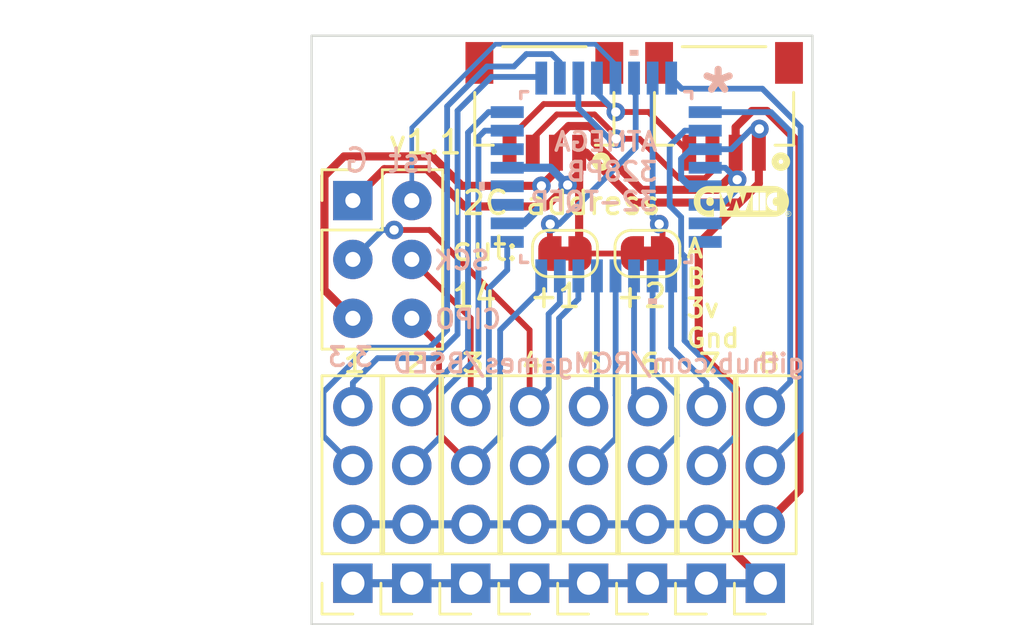
<source format=kicad_pcb>
(kicad_pcb (version 20221018) (generator pcbnew)
  (layers (0 "F.Cu" signal) (31 "B.Cu" signal) (34 "B.Paste" user) (35 "F.Paste" user) (36 "B.SilkS" user "B.Silkscreen") (37 "F.SilkS" user "F.Silkscreen") (38 "B.Mask" user) (39 "F.Mask" user) (44 "Edge.Cuts" user))
  (net 0 "")
  (net 1 "GND")
  (net 2 "+3.3V")
  (net 3 "sda")
  (net 4 "scl")
  (net 7 "1b")
  (net 9 "1a")
  (net 10 "2b")
  (net 11 "2a")
  (net 12 "3b")
  (net 13 "3a")
  (net 14 "4b")
  (net 15 "4a")
  (net 16 "5b")
  (net 17 "5a")
  (net 18 "6b")
  (net 19 "6a")
  (net 20 "7b")
  (net 21 "7a")
  (net 22 "8b")
  (net 23 "8a")
  (net 24 "Net-(U1-PD1(TXD{slash}PCINT17))")
  (net 25 "Net-(U1-PD0(RXD{slash}PCINT16))")
  (net 26 "Net-(J11-Pin_2)")
  (footprint "Connector_PinSocket_2.54mm:PinSocket_1x04_P2.54mm_Vertical" (layer "F.Cu") (at 165.862 85.344 180)
    (fp_text reference "J7" hide)
    (fp_text value "1x4 female header pins 0.1\"")
    (pad "1" thru_hole rect (at 0 0 180) (size 1.7 1.7) (drill 1) (layers "*.Cu" "*.Mask") (net 1 "GND"))
    (pad "2" thru_hole oval (at 0 2.54 180) (size 1.7 1.7) (drill 1) (layers "*.Cu" "*.Mask") (net 2 "+3.3V"))
    (pad "3" thru_hole oval (at 0 5.08 180) (size 1.7 1.7) (drill 1) (layers "*.Cu" "*.Mask") (net 16 "5b"))
    (pad "4" thru_hole oval (at 0 7.62 180) (size 1.7 1.7) (drill 1) (layers "*.Cu" "*.Mask") (net 17 "5a"))
  )
  (footprint "Jumper:SolderJumper-2_P1.3mm_Bridged_RoundedPad1.0x1.5mm" (layer "F.Cu") (at 168.402 71.12 180)
    (fp_text reference "NT1" hide)
    (fp_text value "NetTie_2")
    (fp_poly (pts (xy 0.25 -0.3) (xy -0.25 -0.3) (xy -0.25 0.3) (xy 0.25 0.3)) (fill solid) (layer "F.Cu"))
    (pad "1" smd custom (at -0.65 0 180) (size 1 0.5) (layers "F.Cu" "F.Mask") (net 24 "Net-(U1-PD1(TXD{slash}PCINT17))") (options (clearance outline) (anchor rect)) (primitives (gr_circle (center 0 0.25) (end 0.5 0.25) (width 0) (fill yes)) (gr_circle (center 0 -0.25) (end 0.5 -0.25) (width 0) (fill yes)) (gr_poly (pts (xy 0.5 0.75) (xy 0 0.75) (xy 0 -0.75) (xy 0.5 -0.75)) (width 0) (fill yes))))
    (pad "2" smd custom (at 0.65 0 180) (size 1 0.5) (layers "F.Cu" "F.Mask") (net 1 "GND") (options (clearance outline) (anchor rect)) (primitives (gr_circle (center 0 0.25) (end 0.5 0.25) (width 0) (fill yes)) (gr_circle (center 0 -0.25) (end 0.5 -0.25) (width 0) (fill yes)) (gr_poly (pts (xy 0 0.75) (xy -0.5 0.75) (xy -0.5 -0.75) (xy 0 -0.75)) (width 0) (fill yes))))
  )
  (footprint "LOGO" (layer "F.Cu") (at 172.466 68.834)
    (fp_text reference "G***" hide)
    (fp_text value "LOGO" hide)
  )
  (footprint "Connector_PinHeader_2.54mm:PinHeader_2x03_P2.54mm_Vertical" (layer "F.Cu") (at 155.702 68.834)
    (fp_text reference "J11" hide)
    (fp_text value "ICSP pads (for interfacing with pogo pins)")
    (pad "1" thru_hole rect (at 0 0) (size 1.7 1.7) (drill 0.65) (layers "*.Cu" "*.Mask") (net 1 "GND"))
    (pad "2" thru_hole oval (at 2.54 0) (size 1.7 1.7) (drill 0.65) (layers "*.Cu" "*.Mask") (net 26 "Net-(J11-Pin_2)"))
    (pad "3" thru_hole oval (at 0 2.54) (size 1.7 1.7) (drill 0.65) (layers "*.Cu" "*.Mask") (net 15 "4a"))
    (pad "4" thru_hole oval (at 2.54 2.54) (size 1.7 1.7) (drill 0.65) (layers "*.Cu" "*.Mask") (net 13 "3a"))
    (pad "5" thru_hole oval (at 0 5.08) (size 1.7 1.7) (drill 0.65) (layers "*.Cu" "*.Mask") (net 2 "+3.3V"))
    (pad "6" thru_hole oval (at 2.54 5.08) (size 1.7 1.7) (drill 0.65) (layers "*.Cu" "*.Mask") (net 12 "3b"))
  )
  (footprint "MountingHole:MountingHole_2.2mm_M2" (layer "F.Cu") (at 156.464 64.262)
    (fp_text reference "REF**" hide)
    (fp_text value "MountingHole_2.2mm_M2")
    (pad "" np_thru_hole circle (at 0 0) (size 2.2 2.2) (drill 2.2) (layers "*.Mask" "F.Cu" "In1.Cu" "In2.Cu" "B.Cu"))
  )
  (footprint "Jumper:SolderJumper-2_P1.3mm_Bridged_RoundedPad1.0x1.5mm" (layer "F.Cu") (at 164.846 71.12)
    (fp_text reference "NT2" hide)
    (fp_text value "NetTie_2")
    (fp_poly (pts (xy 0.25 -0.3) (xy -0.25 -0.3) (xy -0.25 0.3) (xy 0.25 0.3)) (fill solid) (layer "F.Cu"))
    (pad "1" smd custom (at -0.65 0) (size 1 0.5) (layers "F.Cu" "F.Mask") (net 25 "Net-(U1-PD0(RXD{slash}PCINT16))") (options (clearance outline) (anchor rect)) (primitives (gr_circle (center 0 0.25) (end 0.5 0.25) (width 0) (fill yes)) (gr_circle (center 0 -0.25) (end 0.5 -0.25) (width 0) (fill yes)) (gr_poly (pts (xy 0.5 0.75) (xy 0 0.75) (xy 0 -0.75) (xy 0.5 -0.75)) (width 0) (fill yes))))
    (pad "2" smd custom (at 0.65 0) (size 1 0.5) (layers "F.Cu" "F.Mask") (net 1 "GND") (options (clearance outline) (anchor rect)) (primitives (gr_circle (center 0 0.25) (end 0.5 0.25) (width 0) (fill yes)) (gr_circle (center 0 -0.25) (end 0.5 -0.25) (width 0) (fill yes)) (gr_poly (pts (xy 0 0.75) (xy -0.5 0.75) (xy -0.5 -0.75) (xy 0 -0.75)) (width 0) (fill yes))))
  )
  (footprint "Connector_PinSocket_2.54mm:PinSocket_1x04_P2.54mm_Vertical" (layer "F.Cu") (at 163.322 85.344 180)
    (fp_text reference "J6" hide)
    (fp_text value "1x4 female header pins 0.1\"")
    (pad "1" thru_hole rect (at 0 0 180) (size 1.7 1.7) (drill 1) (layers "*.Cu" "*.Mask") (net 1 "GND"))
    (pad "2" thru_hole oval (at 0 2.54 180) (size 1.7 1.7) (drill 1) (layers "*.Cu" "*.Mask") (net 2 "+3.3V"))
    (pad "3" thru_hole oval (at 0 5.08 180) (size 1.7 1.7) (drill 1) (layers "*.Cu" "*.Mask") (net 14 "4b"))
    (pad "4" thru_hole oval (at 0 7.62 180) (size 1.7 1.7) (drill 1) (layers "*.Cu" "*.Mask") (net 15 "4a"))
  )
  (footprint "parts:JST_SM04B-SRSS-TB_LF__SN_" (layer "F.Cu") (at 163.957 66.77 180)
    (fp_text reference "J1" hide)
    (fp_text value "SM04B-SRSS-TB")
    (pad "1" smd rect (at -1.5 0 180) (size 0.6 1.55) (layers "F.Cu" "F.Paste" "F.Mask") (net 1 "GND"))
    (pad "2" smd rect (at -0.5 0 180) (size 0.6 1.55) (layers "F.Cu" "F.Paste" "F.Mask") (net 2 "+3.3V"))
    (pad "3" smd rect (at 0.5 0 180) (size 0.6 1.55) (layers "F.Cu" "F.Paste" "F.Mask") (net 3 "sda"))
    (pad "4" smd rect (at 1.5 0 180) (size 0.6 1.55) (layers "F.Cu" "F.Paste" "F.Mask") (net 4 "scl"))
    (pad "S1" smd rect (at -2.8 3.875) (size 1.2 1.8) (layers "F.Cu" "F.Paste" "F.Mask"))
    (pad "S2" smd rect (at 2.8 3.875) (size 1.2 1.8) (layers "F.Cu" "F.Paste" "F.Mask"))
  )
  (footprint "MountingHole:MountingHole_2.2mm_M2" (layer "F.Cu") (at 172.974 73.152)
    (fp_text reference "REF**" hide)
    (fp_text value "MountingHole_2.2mm_M2")
    (pad "" np_thru_hole circle (at 0 0) (size 2.2 2.2) (drill 2.2) (layers "*.Mask" "F.Cu" "In1.Cu" "In2.Cu" "B.Cu"))
  )
  (footprint "Connector_PinSocket_2.54mm:PinSocket_1x04_P2.54mm_Vertical" (layer "F.Cu") (at 155.702 85.344 180)
    (fp_text reference "J3" hide)
    (fp_text value "1x4 female header pins 0.1\"")
    (pad "1" thru_hole rect (at 0 0 180) (size 1.7 1.7) (drill 1) (layers "*.Cu" "*.Mask") (net 1 "GND"))
    (pad "2" thru_hole oval (at 0 2.54 180) (size 1.7 1.7) (drill 1) (layers "*.Cu" "*.Mask") (net 2 "+3.3V"))
    (pad "3" thru_hole oval (at 0 5.08 180) (size 1.7 1.7) (drill 1) (layers "*.Cu" "*.Mask") (net 7 "1b"))
    (pad "4" thru_hole oval (at 0 7.62 180) (size 1.7 1.7) (drill 1) (layers "*.Cu" "*.Mask") (net 9 "1a"))
  )
  (footprint "Connector_PinSocket_2.54mm:PinSocket_1x04_P2.54mm_Vertical" (layer "F.Cu") (at 170.942 85.344 180)
    (fp_text reference "J9" hide)
    (fp_text value "1x4 female header pins 0.1\"")
    (pad "1" thru_hole rect (at 0 0 180) (size 1.7 1.7) (drill 1) (layers "*.Cu" "*.Mask") (net 1 "GND"))
    (pad "2" thru_hole oval (at 0 2.54 180) (size 1.7 1.7) (drill 1) (layers "*.Cu" "*.Mask") (net 2 "+3.3V"))
    (pad "3" thru_hole oval (at 0 5.08 180) (size 1.7 1.7) (drill 1) (layers "*.Cu" "*.Mask") (net 20 "7b"))
    (pad "4" thru_hole oval (at 0 7.62 180) (size 1.7 1.7) (drill 1) (layers "*.Cu" "*.Mask") (net 21 "7a"))
  )
  (footprint "Connector_PinSocket_2.54mm:PinSocket_1x04_P2.54mm_Vertical" (layer "F.Cu") (at 168.402 85.344 180)
    (fp_text reference "J8" hide)
    (fp_text value "1x4 female header pins 0.1\"")
    (pad "1" thru_hole rect (at 0 0 180) (size 1.7 1.7) (drill 1) (layers "*.Cu" "*.Mask") (net 1 "GND"))
    (pad "2" thru_hole oval (at 0 2.54 180) (size 1.7 1.7) (drill 1) (layers "*.Cu" "*.Mask") (net 2 "+3.3V"))
    (pad "3" thru_hole oval (at 0 5.08 180) (size 1.7 1.7) (drill 1) (layers "*.Cu" "*.Mask") (net 18 "6b"))
    (pad "4" thru_hole oval (at 0 7.62 180) (size 1.7 1.7) (drill 1) (layers "*.Cu" "*.Mask") (net 19 "6a"))
  )
  (footprint "parts:JST_SM04B-SRSS-TB_LF__SN_" (layer "F.Cu") (at 171.704 66.77 180)
    (fp_text reference "J2" hide)
    (fp_text value "SM04B-SRSS-TB")
    (pad "1" smd rect (at -1.5 0 180) (size 0.6 1.55) (layers "F.Cu" "F.Paste" "F.Mask") (net 1 "GND"))
    (pad "2" smd rect (at -0.5 0 180) (size 0.6 1.55) (layers "F.Cu" "F.Paste" "F.Mask") (net 2 "+3.3V"))
    (pad "3" smd rect (at 0.5 0 180) (size 0.6 1.55) (layers "F.Cu" "F.Paste" "F.Mask") (net 3 "sda"))
    (pad "4" smd rect (at 1.5 0 180) (size 0.6 1.55) (layers "F.Cu" "F.Paste" "F.Mask") (net 4 "scl"))
    (pad "S1" smd rect (at -2.8 3.875) (size 1.2 1.8) (layers "F.Cu" "F.Paste" "F.Mask"))
    (pad "S2" smd rect (at 2.8 3.875) (size 1.2 1.8) (layers "F.Cu" "F.Paste" "F.Mask"))
  )
  (footprint "Connector_PinSocket_2.54mm:PinSocket_1x04_P2.54mm_Vertical" (layer "F.Cu") (at 160.782 85.344 180)
    (fp_text reference "J5" hide)
    (fp_text value "1x4 female header pins 0.1\"")
    (pad "1" thru_hole rect (at 0 0 180) (size 1.7 1.7) (drill 1) (layers "*.Cu" "*.Mask") (net 1 "GND"))
    (pad "2" thru_hole oval (at 0 2.54 180) (size 1.7 1.7) (drill 1) (layers "*.Cu" "*.Mask") (net 2 "+3.3V"))
    (pad "3" thru_hole oval (at 0 5.08 180) (size 1.7 1.7) (drill 1) (layers "*.Cu" "*.Mask") (net 12 "3b"))
    (pad "4" thru_hole oval (at 0 7.62 180) (size 1.7 1.7) (drill 1) (layers "*.Cu" "*.Mask") (net 13 "3a"))
  )
  (footprint "Connector_PinSocket_2.54mm:PinSocket_1x04_P2.54mm_Vertical" (layer "F.Cu") (at 158.242 85.344 180)
    (fp_text reference "J4" hide)
    (fp_text value "1x4 female header pins 0.1\"")
    (pad "1" thru_hole rect (at 0 0 180) (size 1.7 1.7) (drill 1) (layers "*.Cu" "*.Mask") (net 1 "GND"))
    (pad "2" thru_hole oval (at 0 2.54 180) (size 1.7 1.7) (drill 1) (layers "*.Cu" "*.Mask") (net 2 "+3.3V"))
    (pad "3" thru_hole oval (at 0 5.08 180) (size 1.7 1.7) (drill 1) (layers "*.Cu" "*.Mask") (net 10 "2b"))
    (pad "4" thru_hole oval (at 0 7.62 180) (size 1.7 1.7) (drill 1) (layers "*.Cu" "*.Mask") (net 11 "2a"))
  )
  (footprint "Connector_PinSocket_2.54mm:PinSocket_1x04_P2.54mm_Vertical" (layer "F.Cu") (at 173.482 85.344 180)
    (fp_text reference "J10" hide)
    (fp_text value "1x4 female header pins 0.1\"")
    (pad "1" thru_hole rect (at 0 0 180) (size 1.7 1.7) (drill 1) (layers "*.Cu" "*.Mask") (net 1 "GND"))
    (pad "2" thru_hole oval (at 0 2.54 180) (size 1.7 1.7) (drill 1) (layers "*.Cu" "*.Mask") (net 2 "+3.3V"))
    (pad "3" thru_hole oval (at 0 5.08 180) (size 1.7 1.7) (drill 1) (layers "*.Cu" "*.Mask") (net 22 "8b"))
    (pad "4" thru_hole oval (at 0 7.62 180) (size 1.7 1.7) (drill 1) (layers "*.Cu" "*.Mask") (net 23 "8a"))
  )
  (footprint "parts:TQFP32_32A_MCH" (layer "B.Cu") (at 166.624 67.818 180)
    (fp_text reference "U1" hide)
    (fp_text value "ATMEGA328PB, 32-TQFP")
    (fp_text user "*" (at -4.826 3.556 unlocked) (layer "B.SilkS") (effects (font (size 2 2) (thickness 0.3)) (justify mirror)))
    (fp_text user "*" (at -4.826 3.556) (layer "B.SilkS") (effects (font (size 2 2) (thickness 0.3) bold) (justify mirror)))
    (pad "1" smd rect (at -4.2672 2.799999 90) (size 0.508 1.4224) (layers "B.Cu" "B.Paste" "B.Mask") (net 23 "8a"))
    (pad "2" smd rect (at -4.2672 2.000001 90) (size 0.508 1.4224) (layers "B.Cu" "B.Paste" "B.Mask") (net 20 "7b"))
    (pad "3" smd rect (at -4.2672 1.2 90) (size 0.508 1.4224) (layers "B.Cu" "B.Paste" "B.Mask") (net 1 "GND"))
    (pad "4" smd rect (at -4.2672 0.399999 90) (size 0.508 1.4224) (layers "B.Cu" "B.Paste" "B.Mask") (net 2 "+3.3V"))
    (pad "5" smd rect (at -4.2672 -0.399999 90) (size 0.508 1.4224) (layers "B.Cu" "B.Paste" "B.Mask") (net 1 "GND"))
    (pad "6" smd rect (at -4.2672 -1.2 90) (size 0.508 1.4224) (layers "B.Cu" "B.Paste" "B.Mask") (net 2 "+3.3V"))
    (pad "7" smd rect (at -4.2672 -1.999999 90) (size 0.508 1.4224) (layers "B.Cu" "B.Paste" "B.Mask"))
    (pad "8" smd rect (at -4.2672 -2.799999 90) (size 0.508 1.4224) (layers "B.Cu" "B.Paste" "B.Mask"))
    (pad "9" smd rect (at -2.799999 -4.2672 180) (size 0.508 1.4224) (layers "B.Cu" "B.Paste" "B.Mask") (net 21 "7a"))
    (pad "10" smd rect (at -2.000001 -4.2672 180) (size 0.508 1.4224) (layers "B.Cu" "B.Paste" "B.Mask") (net 18 "6b"))
    (pad "11" smd rect (at -1.2 -4.2672 180) (size 0.508 1.4224) (layers "B.Cu" "B.Paste" "B.Mask") (net 19 "6a"))
    (pad "12" smd rect (at -0.399999 -4.2672 180) (size 0.508 1.4224) (layers "B.Cu" "B.Paste" "B.Mask") (net 16 "5b"))
    (pad "13" smd rect (at 0.399999 -4.2672 180) (size 0.508 1.4224) (layers "B.Cu" "B.Paste" "B.Mask") (net 17 "5a"))
    (pad "14" smd rect (at 1.2 -4.2672 180) (size 0.508 1.4224) (layers "B.Cu" "B.Paste" "B.Mask") (net 14 "4b"))
    (pad "15" smd rect (at 1.999999 -4.2672 180) (size 0.508 1.4224) (layers "B.Cu" "B.Paste" "B.Mask") (net 15 "4a"))
    (pad "16" smd rect (at 2.799999 -4.2672 180) (size 0.508 1.4224) (layers "B.Cu" "B.Paste" "B.Mask") (net 12 "3b"))
    (pad "17" smd rect (at 4.2672 -2.799999 90) (size 0.508 1.4224) (layers "B.Cu" "B.Paste" "B.Mask") (net 13 "3a"))
    (pad "18" smd rect (at 4.2672 -2.000001 90) (size 0.508 1.4224) (layers "B.Cu" "B.Paste" "B.Mask") (net 2 "+3.3V"))
    (pad "19" smd rect (at 4.2672 -1.2 90) (size 0.508 1.4224) (layers "B.Cu" "B.Paste" "B.Mask"))
    (pad "20" smd rect (at 4.2672 -0.399999 90) (size 0.508 1.4224) (layers "B.Cu" "B.Paste" "B.Mask"))
    (pad "21" smd rect (at 4.2672 0.399999 90) (size 0.508 1.4224) (layers "B.Cu" "B.Paste" "B.Mask") (net 1 "GND"))
    (pad "22" smd rect (at 4.2672 1.2 90) (size 0.508 1.4224) (layers "B.Cu" "B.Paste" "B.Mask"))
    (pad "23" smd rect (at 4.2672 1.999999 90) (size 0.508 1.4224) (layers "B.Cu" "B.Paste" "B.Mask") (net 10 "2b"))
    (pad "24" smd rect (at 4.2672 2.799999 90) (size 0.508 1.4224) (layers "B.Cu" "B.Paste" "B.Mask") (net 11 "2a"))
    (pad "25" smd rect (at 2.799999 4.2672 180) (size 0.508 1.4224) (layers "B.Cu" "B.Paste" "B.Mask") (net 9 "1a"))
    (pad "26" smd rect (at 2.000001 4.2672 180) (size 0.508 1.4224) (layers "B.Cu" "B.Paste" "B.Mask") (net 7 "1b"))
    (pad "27" smd rect (at 1.2 4.2672 180) (size 0.508 1.4224) (layers "B.Cu" "B.Paste" "B.Mask") (net 3 "sda"))
    (pad "28" smd rect (at 0.399999 4.2672 180) (size 0.508 1.4224) (layers "B.Cu" "B.Paste" "B.Mask") (net 4 "scl"))
    (pad "29" smd rect (at -0.399999 4.2672 180) (size 0.508 1.4224) (layers "B.Cu" "B.Paste" "B.Mask") (net 26 "Net-(J11-Pin_2)"))
    (pad "30" smd rect (at -1.2 4.2672 180) (size 0.508 1.4224) (layers "B.Cu" "B.Paste" "B.Mask") (net 25 "Net-(U1-PD0(RXD{slash}PCINT16))"))
    (pad "31" smd rect (at -1.999999 4.2672 180) (size 0.508 1.4224) (layers "B.Cu" "B.Paste" "B.Mask") (net 24 "Net-(U1-PD1(TXD{slash}PCINT17))"))
    (pad "32" smd rect (at -2.799999 4.2672 180) (size 0.508 1.4224) (layers "B.Cu" "B.Paste" "B.Mask") (net 22 "8b"))
  )
  (gr_rect (start 153.924 61.722) (end 175.514 87.122) (stroke (width 0.1)) (fill none) (layer "Edge.Cuts"))
  (gr_text "ATMEGA\n328PB\n32-TQFP" (at 168.91 69.342) (layer "B.SilkS") (effects (font (size 0.8 0.8)) (justify left bottom mirror)))
  (gr_text "rst\n" (at 159.3342 67.691) (layer "B.SilkS") (effects (font (size 1 1)) (justify left bottom mirror)))
  (gr_text "github.com/RCMgames/BSED" (at 175.26 76.327) (layer "B.SilkS") (effects (font (size 0.8 0.8)) (justify left bottom mirror)))
  (gr_text "G\n" (at 156.464 67.691) (layer "B.SilkS") (effects (font (size 1 1)) (justify left bottom mirror)))
  (gr_text "3.3" (at 156.6418 76.0476) (layer "B.SilkS") (effects (font (size 0.8 0.8)) (justify left bottom mirror)))
  (gr_text "SCK" (at 161.671 71.882) (layer "B.SilkS") (effects (font (size 0.8 0.8)) (justify left bottom mirror)))
  (gr_text "CIPO\n" (at 162.179 74.422) (layer "B.SilkS") (effects (font (size 0.8 0.8)) (justify left bottom mirror)))
  (gr_text "I2C address\n" (at 159.8676 69.5198) (layer "F.SilkS") (effects (font (size 1 1)) (justify left bottom)))
  (gr_text "cut: " (at 159.893 71.501) (layer "F.SilkS") (effects (font (size 1 1)) (justify left bottom)))
  (gr_text "v1.1" (at 157.1498 66.9036) (layer "F.SilkS") (effects (font (size 1 1)) (justify left bottom)))
  (gr_text "+1  +2" (at 163.2204 73.533) (layer "F.SilkS") (effects (font (size 1 1)) (justify left bottom)))
  (gr_text "1  2  3  4  5  6  7  8" (at 155.194 76.327) (layer "F.SilkS") (effects (font (size 0.8 1.03)) (justify left bottom)))
  (gr_text "A\nB\n3v\nGnd\n" (at 170.0022 75.2348) (layer "F.SilkS") (effects (font (size 0.8 0.8)) (justify left bottom)))
  (gr_text "14\n" (at 159.893 73.533) (layer "F.SilkS") (effects (font (size 1 1)) (justify left bottom)))
  (segment (start 165.457 67.668016) (end 165.457 66.77) (width 0.35) (layer "F.Cu") (net 1))
  (segment (start 173.482 85.344) (end 172.212 84.074) (width 0.35) (layer "F.Cu") (net 1))
  (segment (start 173.204 68.096) (end 172.38 68.92) (width 0.35) (layer "F.Cu") (net 1))
  (segment (start 172.212 84.074) (end 172.212 76.962) (width 0.35) (layer "F.Cu") (net 1))
  (segment (start 157.057 67.479) (end 155.702 68.834) (width 0.35) (layer "F.Cu") (net 1))
  (segment (start 165.457 66.77) (end 165.457 71.081) (width 0.35) (layer "F.Cu") (net 1))
  (segment (start 165.762591 66.77) (end 165.457 66.77) (width 0.35) (layer "F.Cu") (net 1))
  (segment (start 167.752 71.12) (end 165.496 71.12) (width 0.25) (layer "F.Cu") (net 1))
  (segment (start 160.512182 69.088) (end 158.903182 67.479) (width 0.35) (layer "F.Cu") (net 1))
  (segment (start 164.037016 69.088) (end 160.512182 69.088) (width 0.35) (layer "F.Cu") (net 1))
  (segment (start 158.903182 67.479) (end 157.057 67.479) (width 0.35) (layer "F.Cu") (net 1))
  (segment (start 165.457 71.081) (end 165.496 71.12) (width 0.35) (layer "F.Cu") (net 1))
  (segment (start 167.912591 68.92) (end 165.762591 66.77) (width 0.35) (layer "F.Cu") (net 1))
  (segment (start 172.212 76.962) (end 170.6118 75.3618) (width 0.35) (layer "F.Cu") (net 1))
  (segment (start 164.962208 68.162808) (end 164.037016 69.088) (width 0.35) (layer "F.Cu") (net 1))
  (segment (start 164.962208 68.162808) (end 165.457 67.668016) (width 0.35) (layer "F.Cu") (net 1))
  (segment (start 173.204 66.77) (end 173.204 68.096) (width 0.35) (layer "F.Cu") (net 1))
  (segment (start 170.6118 75.3618) (end 170.6118 70.6882) (width 0.35) (layer "F.Cu") (net 1))
  (segment (start 170.6118 70.6882) (end 172.38 68.92) (width 0.35) (layer "F.Cu") (net 1))
  (segment (start 172.38 68.92) (end 167.912591 68.92) (width 0.35) (layer "F.Cu") (net 1))
  (via (at 173.228 65.742501) (size 0.8) (drill 0.4) (layers "F.Cu" "B.Cu") (net 1))
  (via (at 164.962208 68.162808) (size 0.8) (drill 0.4) (layers "F.Cu" "B.Cu") (net 1))
  (segment (start 169.855 67.892999) (end 169.855 67.029381) (width 0.25) (layer "B.Cu") (net 1))
  (segment (start 155.702 85.344) (end 173.482 85.344) (width 0.35) (layer "B.Cu") (net 1))
  (segment (start 172.015 66.618) (end 170.266381 66.618) (width 0.25) (layer "B.Cu") (net 1))
  (segment (start 170.8912 68.217999) (end 170.18 68.217999) (width 0.25) (layer "B.Cu") (net 1))
  (segment (start 169.855 67.029381) (end 170.266381 66.618) (width 0.25) (layer "B.Cu") (net 1))
  (segment (start 170.266378 68.217999) (end 170.8912 68.217999) (width 0.25) (layer "B.Cu") (net 1))
  (segment (start 164.962208 68.162808) (end 164.217401 67.418001) (width 0.35) (layer "B.Cu") (net 1))
  (segment (start 164.217401 67.418001) (end 162.3568 67.418001) (width 0.35) (layer "B.Cu") (net 1))
  (segment (start 169.855 67.806621) (end 170.266378 68.217999) (width 0.25) (layer "B.Cu") (net 1))
  (segment (start 169.855 67.029381) (end 169.855 67.806621) (width 0.25) (layer "B.Cu") (net 1))
  (segment (start 170.18 68.217999) (end 169.855 67.892999) (width 0.25) (layer "B.Cu") (net 1))
  (segment (start 172.890499 65.742501) (end 172.015 66.618) (width 0.25) (layer "B.Cu") (net 1))
  (segment (start 170.266381 66.618) (end 170.8912 66.618) (width 0.25) (layer "B.Cu") (net 1))
  (segment (start 173.228 65.742501) (end 172.890499 65.742501) (width 0.25) (layer "B.Cu") (net 1))
  (segment (start 172.906984 64.967501) (end 172.204 65.670485) (width 0.35) (layer "F.Cu") (net 2))
  (segment (start 165.91233 65.62) (end 166.132 65.83967) (width 0.35) (layer "F.Cu") (net 2))
  (segment (start 172.204 67.572) (end 172.204 66.77) (width 0.35) (layer "F.Cu") (net 2))
  (segment (start 164.457 66.77) (end 164.457 66.16467) (width 0.35) (layer "F.Cu") (net 2))
  (segment (start 165.00167 65.62) (end 165.91233 65.62) (width 0.35) (layer "F.Cu") (net 2))
  (segment (start 164.457 67.572) (end 164.457 66.77) (width 0.35) (layer "F.Cu") (net 2))
  (segment (start 166.132 65.83967) (end 166.132 66.361591) (width 0.35) (layer "F.Cu") (net 2))
  (segment (start 163.83 68.199) (end 164.457 67.572) (width 0.35) (layer "F.Cu") (net 2))
  (segment (start 164.457 66.16467) (end 165.00167 65.62) (width 0.35) (layer "F.Cu") (net 2))
  (segment (start 174.9552 81.3308) (end 174.9552 66.373685) (width 0.35) (layer "F.Cu") (net 2))
  (segment (start 155.321 66.929) (end 154.477 67.773) (width 0.35) (layer "F.Cu") (net 2))
  (segment (start 159.131 66.929) (end 155.321 66.929) (width 0.35) (layer "F.Cu") (net 2))
  (segment (start 166.132 66.361591) (end 168.140409 68.37) (width 0.35) (layer "F.Cu") (net 2))
  (segment (start 173.482 82.804) (end 174.9552 81.3308) (width 0.35) (layer "F.Cu") (net 2))
  (segment (start 171.406 68.37) (end 172.204 67.572) (width 0.35) (layer "F.Cu") (net 2))
  (segment (start 172.204 65.670485) (end 172.204 66.77) (width 0.35) (layer "F.Cu") (net 2))
  (segment (start 174.9552 66.373685) (end 173.549016 64.967501) (width 0.35) (layer "F.Cu") (net 2))
  (segment (start 154.477 67.773) (end 154.477 72.689) (width 0.35) (layer "F.Cu") (net 2))
  (segment (start 160.401 68.199) (end 159.131 66.929) (width 0.35) (layer "F.Cu") (net 2))
  (segment (start 168.140409 68.37) (end 171.406 68.37) (width 0.35) (layer "F.Cu") (net 2))
  (segment (start 154.477 72.689) (end 155.702 73.914) (width 0.35) (layer "F.Cu") (net 2))
  (segment (start 163.83 68.199) (end 160.401 68.199) (width 0.35) (layer "F.Cu") (net 2))
  (segment (start 173.549016 64.967501) (end 172.906984 64.967501) (width 0.35) (layer "F.Cu") (net 2))
  (via (at 172.271088 67.933602) (size 0.8) (drill 0.4) (layers "F.Cu" "B.Cu") (net 2))
  (via (at 163.83 68.199) (size 0.8) (drill 0.4) (layers "F.Cu" "B.Cu") (net 2))
  (segment (start 163.068 69.818001) (end 162.3568 69.818001) (width 0.35) (layer "B.Cu") (net 2))
  (segment (start 172.271088 68.349312) (end 171.6024 69.018) (width 0.25) (layer "B.Cu") (net 2))
  (segment (start 163.83 68.199) (end 163.83 69.056001) (width 0.35) (layer "B.Cu") (net 2))
  (segment (start 163.83 69.056001) (end 163.068 69.818001) (width 0.35) (layer "B.Cu") (net 2))
  (segment (start 171.6024 69.018) (end 170.8912 69.018) (width 0.25) (layer "B.Cu") (net 2))
  (segment (start 155.702 82.804) (end 173.482 82.804) (width 0.35) (layer "B.Cu") (net 2))
  (segment (start 171.755487 67.418001) (end 170.8912 67.418001) (width 0.25) (layer "B.Cu") (net 2))
  (segment (start 172.271088 67.933602) (end 171.755487 67.418001) (width 0.25) (layer "B.Cu") (net 2))
  (segment (start 172.271088 67.933602) (end 172.271088 68.349312) (width 0.25) (layer "B.Cu") (net 2))
  (segment (start 167.052 66.167) (end 168.055 66.167) (width 0.25) (layer "F.Cu") (net 3))
  (segment (start 169.758 67.87) (end 170.89 67.87) (width 0.25) (layer "F.Cu") (net 3))
  (segment (start 164.496 65.12) (end 163.457 66.159) (width 0.25) (layer "F.Cu") (net 3))
  (segment (start 168.055 66.167) (end 169.758 67.87) (width 0.25) (layer "F.Cu") (net 3))
  (segment (start 166.119436 65.12) (end 164.496 65.12) (width 0.25) (layer "F.Cu") (net 3))
  (segment (start 170.89 67.87) (end 171.204 67.556) (width 0.25) (layer "F.Cu") (net 3))
  (segment (start 167.052 66.052564) (end 166.119436 65.12) (width 0.25) (layer "F.Cu") (net 3))
  (segment (start 171.204 67.556) (end 171.204 66.77) (width 0.25) (layer "F.Cu") (net 3))
  (segment (start 163.457 66.159) (end 163.457 66.77) (width 0.25) (layer "F.Cu") (net 3))
  (segment (start 167.052 66.167) (end 167.052 66.052564) (width 0.25) (layer "F.Cu") (net 3))
  (via (at 167.052 66.167) (size 0.8) (drill 0.4) (layers "F.Cu" "B.Cu") (net 3))
  (segment (start 166.751 66.167) (end 165.424 64.84) (width 0.25) (layer "B.Cu") (net 3))
  (segment (start 167.052 66.167) (end 166.751 66.167) (width 0.25) (layer "B.Cu") (net 3))
  (segment (start 165.424 64.84) (end 165.424 63.5508) (width 0.25) (layer "B.Cu") (net 3))
  (segment (start 166.994241 65.013241) (end 166.651 64.67) (width 0.25) (layer "F.Cu") (net 4))
  (segment (start 167.037276 65.013241) (end 166.994241 65.013241) (width 0.25) (layer "F.Cu") (net 4))
  (segment (start 166.651 64.67) (end 163.93 64.67) (width 0.25) (layer "F.Cu") (net 4))
  (segment (start 163.93 64.67) (end 162.457 66.143) (width 0.25) (layer "F.Cu") (net 4))
  (segment (start 162.457 66.143) (end 162.457 66.77) (width 0.25) (layer "F.Cu") (net 4))
  (segment (start 167.037276 65.013241) (end 168.447241 65.013241) (width 0.25) (layer "F.Cu") (net 4))
  (segment (start 168.447241 65.013241) (end 170.204 66.77) (width 0.25) (layer "F.Cu") (net 4))
  (via (at 167.037276 65.013241) (size 0.8) (drill 0.4) (layers "F.Cu" "B.Cu") (net 4))
  (segment (start 167.037276 65.013241) (end 166.224001 64.199966) (width 0.25) (layer "B.Cu") (net 4))
  (segment (start 166.224001 64.199966) (end 166.224001 63.5508) (width 0.25) (layer "B.Cu") (net 4))
  (segment (start 161.486 63.05) (end 162.645982 63.05) (width 0.25) (layer "B.Cu") (net 7))
  (segment (start 164.623999 62.871599) (end 164.623999 63.5508) (width 0.25) (layer "B.Cu") (net 7))
  (segment (start 159.766 74.419208) (end 159.766 64.77) (width 0.25) (layer "B.Cu") (net 7))
  (segment (start 159.001208 75.184) (end 159.766 74.419208) (width 0.25) (layer "B.Cu") (net 7))
  (segment (start 155.702 80.264) (end 154.432 78.994) (width 0.25) (layer "B.Cu") (net 7))
  (segment (start 154.432 78.994) (end 154.432 77.089) (width 0.25) (layer "B.Cu") (net 7))
  (segment (start 163.181382 62.5146) (end 164.267 62.5146) (width 0.25) (layer "B.Cu") (net 7))
  (segment (start 156.337 75.184) (end 159.001208 75.184) (width 0.25) (layer "B.Cu") (net 7))
  (segment (start 164.267 62.5146) (end 164.623999 62.871599) (width 0.25) (layer "B.Cu") (net 7))
  (segment (start 162.645982 63.05) (end 163.181382 62.5146) (width 0.25) (layer "B.Cu") (net 7))
  (segment (start 159.766 64.77) (end 161.486 63.05) (width 0.25) (layer "B.Cu") (net 7))
  (segment (start 154.432 77.089) (end 156.337 75.184) (width 0.25) (layer "B.Cu") (net 7))
  (segment (start 163.773201 63.5) (end 163.824001 63.5508) (width 0.25) (layer "B.Cu") (net 9))
  (segment (start 160.216 74.605604) (end 160.216 64.956396) (width 0.25) (layer "B.Cu") (net 9))
  (segment (start 161.672396 63.5) (end 163.773201 63.5) (width 0.25) (layer "B.Cu") (net 9))
  (segment (start 159.187604 75.634) (end 160.216 74.605604) (width 0.25) (layer "B.Cu") (net 9))
  (segment (start 160.216 64.956396) (end 161.672396 63.5) (width 0.25) (layer "B.Cu") (net 9))
  (segment (start 155.702 76.700342) (end 156.768342 75.634) (width 0.25) (layer "B.Cu") (net 9))
  (segment (start 156.768342 75.634) (end 159.187604 75.634) (width 0.25) (layer "B.Cu") (net 9))
  (segment (start 155.702 77.724) (end 155.702 76.700342) (width 0.25) (layer "B.Cu") (net 9))
  (segment (start 159.512 77.153198) (end 159.512 78.994) (width 0.25) (layer "B.Cu") (net 10))
  (segment (start 161.116 66.093601) (end 161.116 75.549198) (width 0.25) (layer "B.Cu") (net 10))
  (segment (start 162.3568 65.818001) (end 161.3916 65.818001) (width 0.25) (layer "B.Cu") (net 10))
  (segment (start 159.512 78.994) (end 158.242 80.264) (width 0.25) (layer "B.Cu") (net 10))
  (segment (start 161.3916 65.818001) (end 161.116 66.093601) (width 0.25) (layer "B.Cu") (net 10))
  (segment (start 161.116 75.549198) (end 159.512 77.153198) (width 0.25) (layer "B.Cu") (net 10))
  (segment (start 160.666 65.902) (end 161.549999 65.018001) (width 0.25) (layer "B.Cu") (net 11))
  (segment (start 161.549999 65.018001) (end 162.3568 65.018001) (width 0.25) (layer "B.Cu") (net 11))
  (segment (start 160.666 75.3) (end 160.666 65.902) (width 0.25) (layer "B.Cu") (net 11))
  (segment (start 158.242 77.724) (end 160.666 75.3) (width 0.25) (layer "B.Cu") (net 11))
  (segment (start 159.417 78.899) (end 160.782 80.264) (width 0.25) (layer "F.Cu") (net 12))
  (segment (start 159.417 75.089) (end 159.417 78.899) (width 0.25) (layer "F.Cu") (net 12))
  (segment (start 158.242 73.914) (end 159.417 75.089) (width 0.25) (layer "F.Cu") (net 12))
  (segment (start 163.824001 72.649999) (end 163.824001 72.0852) (width 0.25) (layer "B.Cu") (net 12))
  (segment (start 162.052 74.422) (end 163.824001 72.649999) (width 0.25) (layer "B.Cu") (net 12))
  (segment (start 160.782 80.264) (end 162.052 78.994) (width 0.25) (layer "B.Cu") (net 12))
  (segment (start 162.052 78.994) (end 162.052 74.422) (width 0.25) (layer "B.Cu") (net 12))
  (segment (start 158.242 71.374) (end 160.782 73.914) (width 0.25) (layer "F.Cu") (net 13))
  (segment (start 160.782 73.914) (end 160.782 77.724) (width 0.25) (layer "F.Cu") (net 13))
  (segment (start 160.782 77.724) (end 161.566 76.94) (width 0.25) (layer "B.Cu") (net 13))
  (segment (start 161.566 76.94) (end 161.566 72.622) (width 0.25) (layer "B.Cu") (net 13))
  (segment (start 162.3568 71.8312) (end 162.3568 70.617999) (width 0.25) (layer "B.Cu") (net 13))
  (segment (start 161.566 72.622) (end 162.3568 71.8312) (width 0.25) (layer "B.Cu") (net 13))
  (segment (start 165.424 73.082) (end 165.424 72.0852) (width 0.25) (layer "B.Cu") (net 14))
  (segment (start 163.322 80.264) (end 164.592 78.994) (width 0.25) (layer "B.Cu") (net 14))
  (segment (start 164.592 78.994) (end 164.592 73.914) (width 0.25) (layer "B.Cu") (net 14))
  (segment (start 164.592 73.914) (end 165.424 73.082) (width 0.25) (layer "B.Cu") (net 14))
  (segment (start 163.322 74.422) (end 163.322 77.724) (width 0.25) (layer "F.Cu") (net 15))
  (segment (start 157.48 70.104) (end 159.004 70.104) (width 0.25) (layer "F.Cu") (net 15))
  (segment (start 159.004 70.104) (end 163.322 74.422) (width 0.25) (layer "F.Cu") (net 15))
  (via (at 157.48 70.104) (size 0.8) (drill 0.4) (layers "F.Cu" "B.Cu") (net 15))
  (segment (start 157.48 70.104) (end 156.972 70.104) (width 0.25) (layer "B.Cu") (net 15))
  (segment (start 164.142 76.904) (end 164.142 73.727604) (width 0.25) (layer "B.Cu") (net 15))
  (segment (start 156.972 70.104) (end 155.702 71.374) (width 0.25) (layer "B.Cu") (net 15))
  (segment (start 164.142 73.727604) (end 164.624001 73.245603) (width 0.25) (layer "B.Cu") (net 15))
  (segment (start 163.322 77.724) (end 164.142 76.904) (width 0.25) (layer "B.Cu") (net 15))
  (segment (start 156.972 70.104) (end 156.972 70.104) (width 0.25) (layer "B.Cu") (net 15))
  (segment (start 164.624001 73.245603) (end 164.624001 72.0852) (width 0.25) (layer "B.Cu") (net 15))
  (segment (start 167.037 79.089) (end 167.037 77.238946) (width 0.25) (layer "B.Cu") (net 16))
  (segment (start 167.0304 77.232346) (end 167.0304 72.091601) (width 0.25) (layer "B.Cu") (net 16))
  (segment (start 165.862 80.264) (end 167.037 79.089) (width 0.25) (layer "B.Cu") (net 16))
  (segment (start 167.037 77.238946) (end 167.0304 77.232346) (width 0.25) (layer "B.Cu") (net 16))
  (segment (start 167.0304 72.091601) (end 167.023999 72.0852) (width 0.25) (layer "B.Cu") (net 16))
  (segment (start 165.862 77.724) (end 166.224001 77.361999) (width 0.25) (layer "B.Cu") (net 17))
  (segment (start 166.224001 77.361999) (end 166.224001 72.0852) (width 0.25) (layer "B.Cu") (net 17))
  (segment (start 168.624001 76.168001) (end 168.624001 72.0852) (width 0.25) (layer "B.Cu") (net 18))
  (segment (start 168.402 80.264) (end 169.672 78.994) (width 0.25) (layer "B.Cu") (net 18))
  (segment (start 169.672 78.994) (end 169.672 77.216) (width 0.25) (layer "B.Cu") (net 18))
  (segment (start 169.672 77.216) (end 168.624001 76.168001) (width 0.25) (layer "B.Cu") (net 18))
  (segment (start 167.824 77.146) (end 167.824 72.0852) (width 0.25) (layer "B.Cu") (net 19))
  (segment (start 168.402 77.724) (end 167.824 77.146) (width 0.25) (layer "B.Cu") (net 19))
  (segment (start 172.212 77.089) (end 172.212 78.994) (width 0.25) (layer "B.Cu") (net 20))
  (segment (start 169.36 69.054195) (end 169.855 69.549195) (width 0.25) (layer "B.Cu") (net 20))
  (segment (start 169.855 69.549195) (end 169.855 71.091381) (width 0.25) (layer "B.Cu") (net 20))
  (segment (start 169.36 66.47038) (end 169.36 69.054195) (width 0.25) (layer "B.Cu") (net 20))
  (segment (start 172.212 78.994) (end 170.942 80.264) (width 0.25) (layer "B.Cu") (net 20))
  (segment (start 170.8912 65.817999) (end 170.012381 65.817999) (width 0.25) (layer "B.Cu") (net 20))
  (segment (start 170.012381 65.817999) (end 169.36 66.47038) (width 0.25) (layer "B.Cu") (net 20))
  (segment (start 170.002999 71.23938) (end 170.002999 74.879999) (width 0.25) (layer "B.Cu") (net 20))
  (segment (start 169.855 71.091381) (end 170.002999 71.23938) (width 0.25) (layer "B.Cu") (net 20))
  (segment (start 170.002999 74.879999) (end 172.212 77.089) (width 0.25) (layer "B.Cu") (net 20))
  (segment (start 170.942 76.700342) (end 169.423999 75.182341) (width 0.25) (layer "B.Cu") (net 21))
  (segment (start 170.942 77.724) (end 170.942 76.700342) (width 0.25) (layer "B.Cu") (net 21))
  (segment (start 169.423999 75.182341) (end 169.423999 72.0852) (width 0.25) (layer "B.Cu") (net 21))
  (segment (start 173.355 64.008) (end 169.881199 64.008) (width 0.25) (layer "B.Cu") (net 22))
  (segment (start 173.482 80.264) (end 175.006 78.74) (width 0.25) (layer "B.Cu") (net 22))
  (segment (start 175.006 65.659) (end 173.355 64.008) (width 0.25) (layer "B.Cu") (net 22))
  (segment (start 175.006 78.74) (end 175.006 65.659) (width 0.25) (layer "B.Cu") (net 22))
  (segment (start 169.881199 64.008) (end 169.423999 63.5508) (width 0.25) (layer "B.Cu") (net 22))
  (segment (start 174.556 76.65) (end 173.482 77.724) (width 0.25) (layer "B.Cu") (net 23))
  (segment (start 170.8912 65.018001) (end 173.728605 65.018001) (width 0.25) (layer "B.Cu") (net 23))
  (segment (start 174.556 65.845396) (end 174.556 76.65) (width 0.25) (layer "B.Cu") (net 23))
  (segment (start 173.728605 65.018001) (end 174.556 65.845396) (width 0.25) (layer "B.Cu") (net 23))
  (segment (start 168.91 69.85) (end 169.052 69.992) (width 0.25) (layer "F.Cu") (net 24))
  (segment (start 169.052 69.992) (end 169.052 71.12) (width 0.25) (layer "F.Cu") (net 24))
  (via (at 168.91 69.85) (size 0.8) (drill 0.4) (layers "F.Cu" "B.Cu") (net 24))
  (segment (start 168.91 69.85) (end 168.623999 69.563999) (width 0.25) (layer "B.Cu") (net 24))
  (segment (start 168.623999 69.563999) (end 168.623999 63.5508) (width 0.25) (layer "B.Cu") (net 24))
  (segment (start 164.211 69.85) (end 164.196 69.865) (width 0.25) (layer "F.Cu") (net 25))
  (segment (start 164.196 69.865) (end 164.196 71.12) (width 0.25) (layer "F.Cu") (net 25))
  (via (at 164.211 69.85) (size 0.8) (drill 0.4) (layers "F.Cu" "B.Cu") (net 25))
  (segment (start 167.824 64.175621) (end 167.824 63.5508) (width 0.25) (layer "B.Cu") (net 25))
  (segment (start 167.894 66.548) (end 167.894 64.245621) (width 0.25) (layer "B.Cu") (net 25))
  (segment (start 164.592 69.85) (end 167.894 66.548) (width 0.25) (layer "B.Cu") (net 25))
  (segment (start 164.211 69.85) (end 164.592 69.85) (width 0.25) (layer "B.Cu") (net 25))
  (segment (start 167.894 64.245621) (end 167.824 64.175621) (width 0.25) (layer "B.Cu") (net 25))
  (segment (start 161.84536 62.0896) (end 158.242 65.69296) (width 0.2) (layer "B.Cu") (net 26))
  (segment (start 167.023999 62.961334) (end 166.152265 62.0896) (width 0.2) (layer "B.Cu") (net 26))
  (segment (start 166.152265 62.0896) (end 161.84536 62.0896) (width 0.2) (layer "B.Cu") (net 26))
  (segment (start 167.023999 63.5508) (end 167.023999 62.961334) (width 0.2) (layer "B.Cu") (net 26))
  (segment (start 158.242 65.69296) (end 158.242 68.834) (width 0.2) (layer "B.Cu") (net 26))
)
</source>
